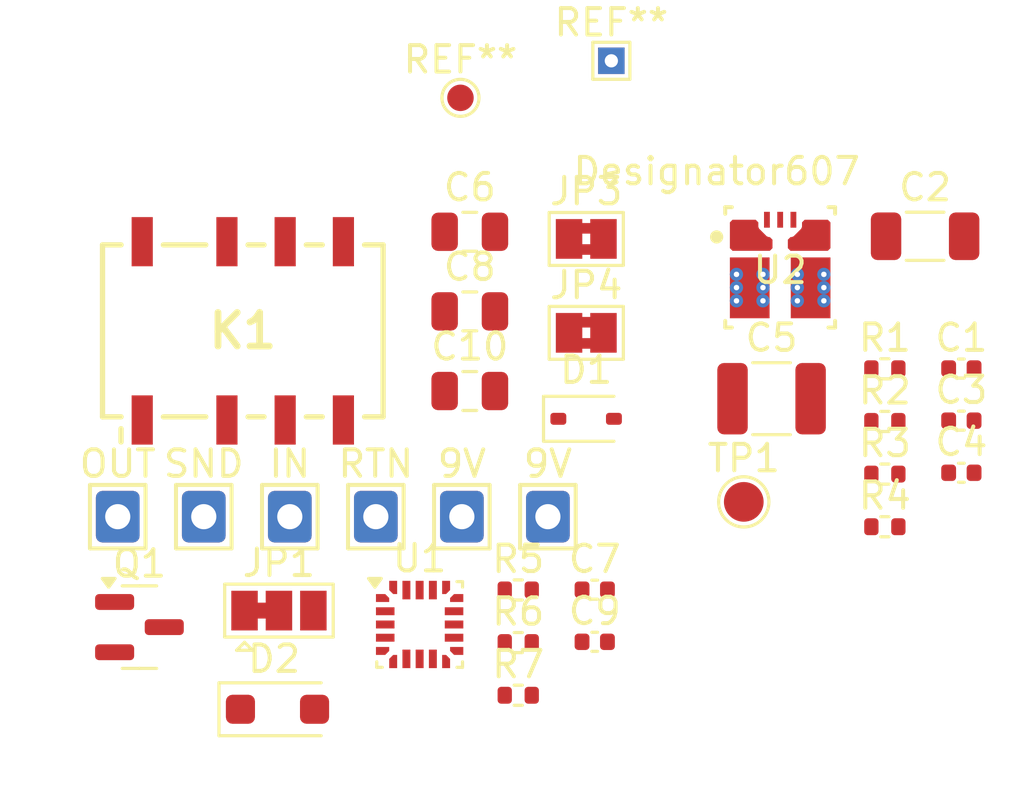
<source format=kicad_pcb>
(kicad_pcb (version 20241229) (generator "pcbnew") (generator_version "9.0")
  (layers (0 "F.Cu" signal) (2 "B.Cu" signal) (13 "F.Paste" user) (15 "B.Paste" user) (5 "F.SilkS" user "F.Silkscreen") (7 "B.SilkS" user "B.Silkscreen") (1 "F.Mask" user) (3 "B.Mask" user) (25 "Edge.Cuts" user))
  (net 0 "")
  (net 1 "Net-(U2-FB)")
  (net 2 "/3V Buck/VOUT")
  (net 3 "GNDD")
  (net 4 "+9V")
  (net 5 "+3.3V")
  (net 6 "Net-(D1-K)")
  (net 7 "/ISNS")
  (net 8 "Net-(D2-A2)")
  (net 9 "Net-(D1-A)")
  (net 10 "GNDA")
  (net 11 "/IN")
  (net 12 "/SEND")
  (net 13 "/OUT")
  (net 14 "/RETURN")
  (net 15 "Net-(Q1-G)")
  (net 16 "Net-(Q1-S)")
  (net 17 "Net-(U2-EN)")
  (net 18 "/RLY_SET")
  (net 19 "/3V Buck/PG")
  (net 21 "/UART1_RX")
  (net 22 "/SWDIO")
  (net 29 "/NRST")
  (net 31 "/UART1_TX")
  (net 33 "/LED")
  (net 34 "/SW_BYP")
  (net 35 "/SW_SPR")
  (net 36 "/SWCLK")
  (footprint "TestPoint:TestPoint_Pad_D1.0mm" (layer "F.Cu") (at 95.5 45.3)
    (property "Reference" "REF**" (at 0 -1.448 0) (layer "F.SilkS"))
    (property "Value" "TestPoint_Pad_D1.0mm")
    (fp_circle (center 0 0) (end 0 0.7) (stroke (width 0.12)) (fill no) (layer "F.SilkS"))
    (pad "1" smd circle (at 0 0) (size 1 1) (layers "F.Cu" "F.Mask"))
  )
  (footprint "Capacitor_SMD:C_0805_2012Metric" (layer "F.Cu") (at 95.852515 50.363196)
    (property "Reference" "C6" (at 0 -1.68 0) (layer "F.SilkS"))
    (property "Value" "4.7u")
    (fp_line (start -0.261252 -0.735) (end 0.261252 -0.735) (stroke (width 0.12)) (layer "F.SilkS"))
    (fp_line (start -0.261252 0.735) (end 0.261252 0.735) (stroke (width 0.12)) (layer "F.SilkS"))
    (pad "1" smd roundrect (at -0.95 0) (size 1 1.45) (layers "F.Cu" "F.Mask" "F.Paste") (net 5 "+3.3V"))
    (pad "2" smd roundrect (at 0.95 0) (size 1 1.45) (layers "F.Cu" "F.Mask" "F.Paste") (net 3 "GNDD"))
  )
  (footprint "Package_DFN_QFN:ST_UFQFPN-20_3x3mm_P0.5mm" (layer "F.Cu") (at 93.957515 65.208196)
    (property "Reference" "U1" (at 0 -2.5 0) (layer "F.SilkS"))
    (property "Value" "STM32C011F4Ux")
    (fp_line (start -1.62 1.62) (end -1.62 1.41) (stroke (width 0.12)) (layer "F.SilkS"))
    (fp_line (start -1.62 1.62) (end -1.41 1.62) (stroke (width 0.12)) (layer "F.SilkS"))
    (fp_line (start 1.62 -1.62) (end 1.41 -1.62) (stroke (width 0.12)) (layer "F.SilkS"))
    (fp_line (start 1.62 -1.62) (end 1.62 -1.41) (stroke (width 0.12)) (layer "F.SilkS"))
    (fp_line (start 1.62 1.62) (end 1.41 1.62) (stroke (width 0.12)) (layer "F.SilkS"))
    (fp_line (start 1.62 1.62) (end 1.62 1.41) (stroke (width 0.12)) (layer "F.SilkS"))
    (fp_poly (pts (xy -1.69 -1.41) (xy -1.93 -1.74) (xy -1.45 -1.74) (xy -1.69 -1.41)) (stroke (width 0.12)) (fill yes) (layer "F.SilkS"))
    (pad "1" smd custom (at -1.475 -1) (size 0.35 0.3) (layers "F.Cu" "F.Mask" "F.Paste") (options (clearance outline) (anchor rect)) (primitives (gr_poly (pts (xy 0.325 0) (xy 0.325 0.15) (xy 0.175 0.15) (xy 0.175 -0.15)) (width 0) (fill yes))))
    (pad "2" smd rect (at -1.3 -0.5) (size 0.7 0.3) (layers "F.Cu" "F.Mask" "F.Paste") (net 5 "+3.3V"))
    (pad "3" smd rect (at -1.3 0) (size 0.7 0.3) (layers "F.Cu" "F.Mask" "F.Paste") (net 3 "GNDD"))
    (pad "4" smd rect (at -1.3 0.5) (size 0.7 0.3) (layers "F.Cu" "F.Mask" "F.Paste") (net 29 "/NRST"))
    (pad "5" smd custom (at -1.475 1) (size 0.35 0.3) (layers "F.Cu" "F.Mask" "F.Paste") (net 31 "/UART1_TX") (options (clearance outline) (anchor rect)) (primitives (gr_poly (pts (xy 0.325 0) (xy 0.175 0.15) (xy 0.175 -0.15) (xy 0.325 -0.15)) (width 0) (fill yes))))
    (pad "6" smd custom (at -1 1.475) (size 0.3 0.35) (layers "F.Cu" "F.Mask" "F.Paste") (options (clearance outline) (anchor rect)) (primitives (gr_poly (pts (xy 0.15 -0.175) (xy -0.15 -0.175) (xy 0 -0.325) (xy 0.15 -0.325)) (width 0) (fill yes))))
    (pad "7" smd rect (at -0.5 1.3) (size 0.3 0.7) (layers "F.Cu" "F.Mask" "F.Paste") (net 7 "/ISNS"))
    (pad "8" smd rect (at 0 1.3) (size 0.3 0.7) (layers "F.Cu" "F.Mask" "F.Paste"))
    (pad "9" smd rect (at 0.5 1.3) (size 0.3 0.7) (layers "F.Cu" "F.Mask" "F.Paste") (net 33 "/LED"))
    (pad "10" smd custom (at 1 1.475) (size 0.3 0.35) (layers "F.Cu" "F.Mask" "F.Paste") (options (clearance outline) (anchor rect)) (primitives (gr_poly (pts (xy 0.15 -0.175) (xy -0.15 -0.175) (xy -0.15 -0.325) (xy 0 -0.325)) (width 0) (fill yes))))
    (pad "11" smd custom (at 1.475 1) (size 0.35 0.3) (layers "F.Cu" "F.Mask" "F.Paste") (net 34 "/SW_BYP") (options (clearance outline) (anchor rect)) (primitives (gr_poly (pts (xy -0.175 0.15) (xy -0.325 0) (xy -0.325 -0.15) (xy -0.175 -0.15)) (width 0) (fill yes))))
    (pad "12" smd rect (at 1.3 0.5) (size 0.7 0.3) (layers "F.Cu" "F.Mask" "F.Paste") (net 35 "/SW_SPR"))
    (pad "13" smd rect (at 1.3 0) (size 0.7 0.3) (layers "F.Cu" "F.Mask" "F.Paste") (net 21 "/UART1_RX"))
    (pad "14" smd rect (at 1.3 -0.5) (size 0.7 0.3) (layers "F.Cu" "F.Mask" "F.Paste"))
    (pad "15" smd custom (at 1.475 -1) (size 0.35 0.3) (layers "F.Cu" "F.Mask" "F.Paste") (options (clearance outline) (anchor rect)) (primitives (gr_poly (pts (xy -0.175 0.15) (xy -0.325 0.15) (xy -0.325 0) (xy -0.175 -0.15)) (width 0) (fill yes))))
    (pad "16" smd custom (at 1 -1.475) (size 0.3 0.35) (layers "F.Cu" "F.Mask" "F.Paste") (net 22 "/SWDIO") (options (clearance outline) (anchor rect)) (primitives (gr_poly (pts (xy 0 0.325) (xy -0.15 0.325) (xy -0.15 0.175) (xy 0.15 0.175)) (width 0) (fill yes))))
    (pad "17" smd rect (at 0.5 -1.3) (size 0.3 0.7) (layers "F.Cu" "F.Mask" "F.Paste") (net 36 "/SWCLK"))
    (pad "18" smd rect (at 0 -1.3) (size 0.3 0.7) (layers "F.Cu" "F.Mask" "F.Paste"))
    (pad "19" smd rect (at -0.5 -1.3) (size 0.3 0.7) (layers "F.Cu" "F.Mask" "F.Paste"))
    (pad "20" smd custom (at -1 -1.475) (size 0.3 0.35) (layers "F.Cu" "F.Mask" "F.Paste") (options (clearance outline) (anchor rect)) (primitives (gr_poly (pts (xy 0.15 0.325) (xy 0 0.325) (xy -0.15 0.175) (xy 0.15 0.175)) (width 0) (fill yes))))
  )
  (footprint "Capacitor_SMD:C_0402_1005Metric" (layer "F.Cu") (at 114.422515 55.533196)
    (property "Reference" "C1" (at 0 -1.16 0) (layer "F.SilkS"))
    (property "Value" "22p")
    (fp_line (start -0.107836 -0.36) (end 0.107836 -0.36) (stroke (width 0.12)) (layer "F.SilkS"))
    (fp_line (start -0.107836 0.36) (end 0.107836 0.36) (stroke (width 0.12)) (layer "F.SilkS"))
    (pad "1" smd roundrect (at -0.48 0) (size 0.56 0.62) (layers "F.Cu" "F.Mask" "F.Paste") (net 2 "/3V Buck/VOUT"))
    (pad "2" smd roundrect (at 0.48 0) (size 0.56 0.62) (layers "F.Cu" "F.Mask" "F.Paste") (net 1 "Net-(U2-FB)"))
  )
  (footprint "g-art:WirePad_H0.95mm_22-24AWG" (layer "F.Cu") (at 85.802515 61.133196)
    (property "Reference" "WP2" (hide yes))
    (property "Value" "SND" (at 0 -2 0) (layer "F.SilkS"))
    (fp_line (start -1.05 1.2) (end -1.05 -1.2) (stroke (width 0.15)) (layer "F.SilkS"))
    (fp_line (start 1.05 -1.2) (end -1.05 -1.2) (stroke (width 0.15)) (layer "F.SilkS"))
    (fp_line (start 1.05 1.2) (end -1.05 1.2) (stroke (width 0.15)) (layer "F.SilkS"))
    (fp_line (start 1.05 1.2) (end 1.05 -1.2) (stroke (width 0.15)) (layer "F.SilkS"))
    (pad "1" thru_hole roundrect (at 0 0 180) (size 1.65 1.95) (drill 0.95) (layers "*.Cu" "F.Mask" "F.Paste") (roundrect_rratio 0.15) (net 12 "/SEND"))
  )
  (footprint "Resistor_SMD:R_0402_1005Metric" (layer "F.Cu") (at 111.532515 57.533196)
    (property "Reference" "R2" (at 0 -1.17 0) (layer "F.SilkS"))
    (property "Value" "30k")
    (fp_line (start -0.153641 -0.38) (end 0.153641 -0.38) (stroke (width 0.12)) (layer "F.SilkS"))
    (fp_line (start -0.153641 0.38) (end 0.153641 0.38) (stroke (width 0.12)) (layer "F.SilkS"))
    (pad "1" smd roundrect (at -0.51 0) (size 0.54 0.64) (layers "F.Cu" "F.Mask" "F.Paste") (net 1 "Net-(U2-FB)"))
    (pad "2" smd roundrect (at 0.51 0) (size 0.54 0.64) (layers "F.Cu" "F.Mask" "F.Paste") (net 3 "GNDD"))
  )
  (footprint "Resistor_SMD:R_0402_1005Metric" (layer "F.Cu") (at 97.682515 67.883196)
    (property "Reference" "R7" (at 0 -1.17 0) (layer "F.SilkS"))
    (property "Value" "1k")
    (fp_line (start -0.153641 -0.38) (end 0.153641 -0.38) (stroke (width 0.12)) (layer "F.SilkS"))
    (fp_line (start -0.153641 0.38) (end 0.153641 0.38) (stroke (width 0.12)) (layer "F.SilkS"))
    (pad "1" smd roundrect (at -0.51 0) (size 0.54 0.64) (layers "F.Cu" "F.Mask" "F.Paste") (net 7 "/ISNS"))
    (pad "2" smd roundrect (at 0.51 0) (size 0.54 0.64) (layers "F.Cu" "F.Mask" "F.Paste") (net 16 "Net-(Q1-S)"))
  )
  (footprint "Resistor_SMD:R_0402_1005Metric" (layer "F.Cu") (at 97.682515 63.903196)
    (property "Reference" "R5" (at 0 -1.17 0) (layer "F.SilkS"))
    (property "Value" "1k")
    (fp_line (start -0.153641 -0.38) (end 0.153641 -0.38) (stroke (width 0.12)) (layer "F.SilkS"))
    (fp_line (start -0.153641 0.38) (end 0.153641 0.38) (stroke (width 0.12)) (layer "F.SilkS"))
    (pad "1" smd roundrect (at -0.51 0) (size 0.54 0.64) (layers "F.Cu" "F.Mask" "F.Paste") (net 18 "/RLY_SET"))
    (pad "2" smd roundrect (at 0.51 0) (size 0.54 0.64) (layers "F.Cu" "F.Mask" "F.Paste") (net 15 "Net-(Q1-G)"))
  )
  (footprint "g-art:WirePad_H0.95mm_22-24AWG" (layer "F.Cu") (at 95.552515 61.133196)
    (property "Reference" "WP5" (hide yes))
    (property "Value" "9V" (at 0 -2 0) (layer "F.SilkS"))
    (fp_line (start -1.05 1.2) (end -1.05 -1.2) (stroke (width 0.15)) (layer "F.SilkS"))
    (fp_line (start 1.05 -1.2) (end -1.05 -1.2) (stroke (width 0.15)) (layer "F.SilkS"))
    (fp_line (start 1.05 1.2) (end -1.05 1.2) (stroke (width 0.15)) (layer "F.SilkS"))
    (fp_line (start 1.05 1.2) (end 1.05 -1.2) (stroke (width 0.15)) (layer "F.SilkS"))
    (pad "1" thru_hole roundrect (at 0 0 180) (size 1.65 1.95) (drill 0.95) (layers "*.Cu" "F.Mask" "F.Paste") (roundrect_rratio 0.15) (net 4 "+9V"))
  )
  (footprint "Package_TO_SOT_SMD:SOT-23" (layer "F.Cu") (at 83.372515 65.308196)
    (property "Reference" "Q1" (at 0 -2.4 0) (layer "F.SilkS"))
    (property "Value" "DMN62D0U-7")
    (fp_line (start 0 -1.56) (end -0.65 -1.56) (stroke (width 0.12)) (layer "F.SilkS"))
    (fp_line (start 0 -1.56) (end 0.65 -1.56) (stroke (width 0.12)) (layer "F.SilkS"))
    (fp_line (start 0 1.56) (end -0.65 1.56) (stroke (width 0.12)) (layer "F.SilkS"))
    (fp_line (start 0 1.56) (end 0.65 1.56) (stroke (width 0.12)) (layer "F.SilkS"))
    (fp_poly (pts (xy -1.1625 -1.51) (xy -1.4025 -1.84) (xy -0.9225 -1.84) (xy -1.1625 -1.51)) (stroke (width 0.12)) (fill yes) (layer "F.SilkS"))
    (pad "1" smd roundrect (at -0.9375 -0.95) (size 1.475 0.6) (layers "F.Cu" "F.Mask" "F.Paste") (net 15 "Net-(Q1-G)"))
    (pad "2" smd roundrect (at -0.9375 0.95) (size 1.475 0.6) (layers "F.Cu" "F.Mask" "F.Paste") (net 16 "Net-(Q1-S)"))
    (pad "3" smd roundrect (at 0.9375 0) (size 1.475 0.6) (layers "F.Cu" "F.Mask" "F.Paste") (net 9 "Net-(D1-A)"))
  )
  (footprint "Capacitor_SMD:C_0805_2012Metric" (layer "F.Cu") (at 95.852515 53.373196)
    (property "Reference" "C8" (at 0 -1.68 0) (layer "F.SilkS"))
    (property "Value" "1u")
    (fp_line (start -0.261252 -0.735) (end 0.261252 -0.735) (stroke (width 0.12)) (layer "F.SilkS"))
    (fp_line (start -0.261252 0.735) (end 0.261252 0.735) (stroke (width 0.12)) (layer "F.SilkS"))
    (pad "1" smd roundrect (at -0.95 0) (size 1 1.45) (layers "F.Cu" "F.Mask" "F.Paste") (net 6 "Net-(D1-K)"))
    (pad "2" smd roundrect (at 0.95 0) (size 1 1.45) (layers "F.Cu" "F.Mask" "F.Paste") (net 3 "GNDD"))
  )
  (footprint "g-art:WirePad_H0.95mm_22-24AWG" (layer "F.Cu") (at 89.052515 61.133196)
    (property "Reference" "WP3" (hide yes))
    (property "Value" "IN" (at 0 -2 0) (layer "F.SilkS"))
    (fp_line (start -1.05 1.2) (end -1.05 -1.2) (stroke (width 0.15)) (layer "F.SilkS"))
    (fp_line (start 1.05 -1.2) (end -1.05 -1.2) (stroke (width 0.15)) (layer "F.SilkS"))
    (fp_line (start 1.05 1.2) (end -1.05 1.2) (stroke (width 0.15)) (layer "F.SilkS"))
    (fp_line (start 1.05 1.2) (end 1.05 -1.2) (stroke (width 0.15)) (layer "F.SilkS"))
    (pad "1" thru_hole roundrect (at 0 0 180) (size 1.65 1.95) (drill 0.95) (layers "*.Cu" "F.Mask" "F.Paste") (roundrect_rratio 0.15) (net 11 "/IN"))
  )
  (footprint "Resistor_SMD:R_0402_1005Metric" (layer "F.Cu") (at 111.532515 55.543196)
    (property "Reference" "R1" (at 0 -1.17 0) (layer "F.SilkS"))
    (property "Value" "120k")
    (fp_line (start -0.153641 -0.38) (end 0.153641 -0.38) (stroke (width 0.12)) (layer "F.SilkS"))
    (fp_line (start -0.153641 0.38) (end 0.153641 0.38) (stroke (width 0.12)) (layer "F.SilkS"))
    (pad "1" smd roundrect (at -0.51 0) (size 0.54 0.64) (layers "F.Cu" "F.Mask" "F.Paste") (net 2 "/3V Buck/VOUT"))
    (pad "2" smd roundrect (at 0.51 0) (size 0.54 0.64) (layers "F.Cu" "F.Mask" "F.Paste") (net 1 "Net-(U2-FB)"))
  )
  (footprint "g-reg:QFN-FCMOD" (layer "F.Cu") (at 107.577516 51.808195)
    (property "Reference" "U2" (at 0 0 0) (layer "F.SilkS"))
    (property "Value" "TPSM861257RDXR")
    (fp_poly (pts (xy -1.899999 -1.799999) (xy -1.799999 -1.899999) (xy -0.924999 -1.900001) (xy -0.825 -1.799999) (xy -0.825 -1.634) (xy -0.796 -1.562999) (xy -0.506999 -1.274) (xy -0.436001 -1.244999) (xy -0.389999 -1.245001) (xy -0.289999 -1.144999) (xy -0.289999 -0.825) (xy -0.389999 -0.725) (xy -1.799999 -0.725) (xy -1.899999 -0.825)) (fill yes) (layer "F.Cu"))
    (fp_poly (pts (xy 1.900001 -1.799999) (xy 1.799999 -1.899999) (xy 0.924999 -1.899999) (xy 0.825 -1.799999) (xy 0.825 -1.634) (xy 0.796 -1.562999) (xy 0.506999 -1.274) (xy 0.435999 -1.244999) (xy 0.389999 -1.245001) (xy 0.289999 -1.144999) (xy 0.289999 -0.825) (xy 0.389999 -0.725) (xy 1.799999 -0.725) (xy 1.899999 -0.825)) (fill yes) (layer "F.Cu"))
    (fp_line (start -2.075 -2.374999) (end -1.825 -2.374999) (stroke (width 0.15)) (layer "F.SilkS"))
    (fp_line (start -2.075 -2.125) (end -2.075 -2.374999) (stroke (width 0.15)) (layer "F.SilkS"))
    (fp_line (start -2.075 2.174999) (end -2.075 1.925) (stroke (width 0.15)) (layer "F.SilkS"))
    (fp_line (start -2.075 2.174999) (end -1.825 2.174999) (stroke (width 0.15)) (layer "F.SilkS"))
    (fp_line (start 1.825 -2.374999) (end 2.075 -2.374999) (stroke (width 0.15)) (layer "F.SilkS"))
    (fp_line (start 1.825 2.174999) (end 2.075 2.174999) (stroke (width 0.15)) (layer "F.SilkS"))
    (fp_line (start 2.075 -2.125) (end 2.075 -2.374999) (stroke (width 0.15)) (layer "F.SilkS"))
    (fp_line (start 2.075 2.174999) (end 2.075 1.925) (stroke (width 0.15)) (layer "F.SilkS"))
    (fp_circle (center -2.4 -1.25) (end -2.274999 -1.25) (stroke (width 0.25)) (fill no) (layer "F.SilkS"))
    (fp_text user "Designator607" (at -2.396124 -3.7324 0) (layer "F.SilkS"))
    (pad "1" smd circle (at -1.312499 -1.312499) (size 1.024989 1.024989) (layers "F.Cu") (net 4 "+9V"))
    (pad "2" smd rect (at -1.15 0.675) (size 1.5 2.3) (layers "F.Cu"))
    (pad "3" smd rect (at 1.15 0.675) (size 1.5 2.3) (layers "F.Cu") (net 2 "/3V Buck/VOUT"))
    (pad "4" smd circle (at 1.281405 -1.275778) (size 0.991403 0.991403) (layers "F.Cu") (net 3 "GNDD"))
    (pad "5" smd rect (at 0.499999 -1.899999) (size 0.22 0.599999) (layers "F.Cu" "F.Paste") (net 19 "/3V Buck/PG"))
    (pad "6" smd rect (at 0 -1.899999) (size 0.22 0.599999) (layers "F.Cu" "F.Paste") (net 17 "Net-(U2-EN)"))
    (pad "7" smd rect (at -0.499999 -1.899999) (size 0.22 0.599999) (layers "F.Cu" "F.Paste") (net 1 "Net-(U2-FB)"))
    (pad "8" thru_hole circle (at -1.649999 0.165001) (size 0.499999 0.499999) (drill 0.2032) (layers "*.Cu" "*.Mask"))
    (pad "9" thru_hole circle (at -1.649999 0.665) (size 0.499999 0.499999) (drill 0.2032) (layers "*.Cu" "*.Mask"))
    (pad "10" thru_hole circle (at -1.649999 1.164999) (size 0.499999 0.499999) (drill 0.2032) (layers "*.Cu" "*.Mask"))
    (pad "11" thru_hole circle (at 1.649999 0.165001) (size 0.499999 0.499999) (drill 0.2032) (layers "*.Cu" "*.Mask"))
    (pad "12" thru_hole circle (at 1.649999 0.665) (size 0.499999 0.499999) (drill 0.2032) (layers "*.Cu" "*.Mask"))
    (pad "13" thru_hole circle (at 1.649999 1.164999) (size 0.499999 0.499999) (drill 0.2032) (layers "*.Cu" "*.Mask"))
    (pad "14" thru_hole circle (at -0.650001 0.165001) (size 0.499999 0.499999) (drill 0.2032) (layers "*.Cu" "*.Mask"))
    (pad "15" thru_hole circle (at -0.650001 0.665) (size 0.499999 0.499999) (drill 0.2032) (layers "*.Cu" "*.Mask"))
    (pad "16" thru_hole circle (at -0.650001 1.164999) (size 0.499999 0.499999) (drill 0.2032) (layers "*.Cu" "*.Mask"))
    (pad "17" thru_hole circle (at 0.650001 0.165001) (size 0.499999 0.499999) (drill 0.2032) (layers "*.Cu" "*.Mask"))
    (pad "18" thru_hole circle (at 0.650001 0.665) (size 0.499999 0.499999) (drill 0.2032) (layers "*.Cu" "*.Mask"))
    (pad "19" thru_hole circle (at 0.650001 1.164999) (size 0.499999 0.499999) (drill 0.2032) (layers "*.Cu" "*.Mask"))
  )
  (footprint "g-art:WirePad_H0.95mm_22-24AWG" (layer "F.Cu") (at 92.302515 61.133196)
    (property "Reference" "WP4" (hide yes))
    (property "Value" "RTN" (at 0 -2 0) (layer "F.SilkS"))
    (fp_line (start -1.05 1.2) (end -1.05 -1.2) (stroke (width 0.15)) (layer "F.SilkS"))
    (fp_line (start 1.05 -1.2) (end -1.05 -1.2) (stroke (width 0.15)) (layer "F.SilkS"))
    (fp_line (start 1.05 1.2) (end -1.05 1.2) (stroke (width 0.15)) (layer "F.SilkS"))
    (fp_line (start 1.05 1.2) (end 1.05 -1.2) (stroke (width 0.15)) (layer "F.SilkS"))
    (pad "1" thru_hole roundrect (at 0 0 180) (size 1.65 1.95) (drill 0.95) (layers "*.Cu" "F.Mask" "F.Paste") (roundrect_rratio 0.15) (net 14 "/RETURN"))
  )
  (footprint "Jumper:SolderJumper-2_P1.3mm_Bridged2Bar_Pad1.0x1.5mm" (layer "F.Cu") (at 100.252515 54.183196)
    (property "Reference" "JP4" (at 0 -1.8 0) (layer "F.SilkS"))
    (property "Value" "Jumper_2_Small_Bridged")
    (fp_poly (pts (xy -0.25 -0.6) (xy 0.25 -0.6) (xy 0.25 -0.2) (xy -0.25 -0.2)) (fill yes) (layer "F.Cu"))
    (fp_poly (pts (xy -0.25 0.2) (xy 0.25 0.2) (xy 0.25 0.6) (xy -0.25 0.6)) (fill yes) (layer "F.Cu"))
    (fp_line (start -1.4 -1) (end 1.4 -1) (stroke (width 0.12)) (layer "F.SilkS"))
    (fp_line (start -1.4 1) (end -1.4 -1) (stroke (width 0.12)) (layer "F.SilkS"))
    (fp_line (start 1.4 -1) (end 1.4 1) (stroke (width 0.12)) (layer "F.SilkS"))
    (fp_line (start 1.4 1) (end -1.4 1) (stroke (width 0.12)) (layer "F.SilkS"))
    (pad "1" smd rect (at -0.65 0) (size 1 1.5) (layers "F.Cu" "F.Mask") (net 10 "GNDA"))
    (pad "2" smd rect (at 0.65 0) (size 1 1.5) (layers "F.Cu" "F.Mask") (net 8 "Net-(D2-A2)"))
  )
  (footprint "Resistor_SMD:R_0402_1005Metric" (layer "F.Cu") (at 97.682515 65.893196)
    (property "Reference" "R6" (at 0 -1.17 0) (layer "F.SilkS"))
    (property "Value" "4.7")
    (fp_line (start -0.153641 -0.38) (end 0.153641 -0.38) (stroke (width 0.12)) (layer "F.SilkS"))
    (fp_line (start -0.153641 0.38) (end 0.153641 0.38) (stroke (width 0.12)) (layer "F.SilkS"))
    (pad "1" smd roundrect (at -0.51 0) (size 0.54 0.64) (layers "F.Cu" "F.Mask" "F.Paste") (net 16 "Net-(Q1-S)"))
    (pad "2" smd roundrect (at 0.51 0) (size 0.54 0.64) (layers "F.Cu" "F.Mask" "F.Paste") (net 3 "GNDD"))
  )
  (footprint "Jumper:SolderJumper-2_P1.3mm_Bridged2Bar_Pad1.0x1.5mm" (layer "F.Cu") (at 100.252515 50.633196)
    (property "Reference" "JP3" (at 0 -1.8 0) (layer "F.SilkS"))
    (property "Value" "Jumper_2_Small_Bridged")
    (fp_poly (pts (xy -0.25 -0.6) (xy 0.25 -0.6) (xy 0.25 -0.2) (xy -0.25 -0.2)) (fill yes) (layer "F.Cu"))
    (fp_poly (pts (xy -0.25 0.2) (xy 0.25 0.2) (xy 0.25 0.6) (xy -0.25 0.6)) (fill yes) (layer "F.Cu"))
    (fp_line (start -1.4 -1) (end 1.4 -1) (stroke (width 0.12)) (layer "F.SilkS"))
    (fp_line (start -1.4 1) (end -1.4 -1) (stroke (width 0.12)) (layer "F.SilkS"))
    (fp_line (start 1.4 -1) (end 1.4 1) (stroke (width 0.12)) (layer "F.SilkS"))
    (fp_line (start 1.4 1) (end -1.4 1) (stroke (width 0.12)) (layer "F.SilkS"))
    (pad "1" smd rect (at -0.65 0) (size 1 1.5) (layers "F.Cu" "F.Mask") (net 3 "GNDD"))
    (pad "2" smd rect (at 0.65 0) (size 1 1.5) (layers "F.Cu" "F.Mask") (net 8 "Net-(D2-A2)"))
  )
  (footprint "g-rly:UD23NU" (layer "F.Cu") (at 87.277515 54.108196)
    (property "Reference" "K1" (at 0 0 0) (layer "F.SilkS") (effects (font (size 1.27 1.27) (thickness 0.254))))
    (property "Value" "IM05JR" (hide yes))
    (fp_line (start -5.3 -3.25) (end -5.3 3.25) (stroke (width 0.2)) (layer "F.SilkS"))
    (fp_line (start -5.3 3.25) (end -4.6 3.25) (stroke (width 0.2)) (layer "F.SilkS"))
    (fp_line (start -4.6 -3.25) (end -5.3 -3.25) (stroke (width 0.2)) (layer "F.SilkS"))
    (fp_line (start -4.6 3.7) (end -4.6 4.2) (stroke (width 0.2)) (layer "F.SilkS"))
    (fp_line (start -3 3.25) (end -1.4 3.25) (stroke (width 0.2)) (layer "F.SilkS"))
    (fp_line (start -1.4 -3.25) (end -3 -3.25) (stroke (width 0.2)) (layer "F.SilkS"))
    (fp_line (start 0.2 3.25) (end 0.8 3.25) (stroke (width 0.2)) (layer "F.SilkS"))
    (fp_line (start 0.8 -3.25) (end 0.2 -3.25) (stroke (width 0.2)) (layer "F.SilkS"))
    (fp_line (start 2.4 3.25) (end 3 3.25) (stroke (width 0.2)) (layer "F.SilkS"))
    (fp_line (start 3 -3.25) (end 2.4 -3.25) (stroke (width 0.2)) (layer "F.SilkS"))
    (fp_line (start 4.6 3.25) (end 5.3 3.25) (stroke (width 0.2)) (layer "F.SilkS"))
    (fp_line (start 5.3 -3.25) (end 4.6 -3.25) (stroke (width 0.2)) (layer "F.SilkS"))
    (fp_line (start 5.3 3.25) (end 5.3 -3.25) (stroke (width 0.2)) (layer "F.SilkS"))
    (pad "1" smd rect (at -3.8 3.37) (size 0.8 1.86) (layers "F.Cu" "F.Mask" "F.Paste") (net 6 "Net-(D1-K)"))
    (pad "2" smd rect (at -0.6 3.37) (size 0.8 1.86) (layers "F.Cu" "F.Mask" "F.Paste") (net 10 "GNDA"))
    (pad "3" smd rect (at 1.6 3.37) (size 0.8 1.86) (layers "F.Cu" "F.Mask" "F.Paste") (net 12 "/SEND"))
    (pad "4" smd rect (at 3.8 3.37) (size 0.8 1.86) (layers "F.Cu" "F.Mask" "F.Paste") (net 11 "/IN"))
    (pad "5" smd rect (at 3.8 -3.37) (size 0.8 1.86) (layers "F.Cu" "F.Mask" "F.Paste") (net 14 "/RETURN"))
    (pad "6" smd rect (at 1.6 -3.37) (size 0.8 1.86) (layers "F.Cu" "F.Mask" "F.Paste") (net 13 "/OUT"))
    (pad "7" smd rect (at -0.6 -3.37) (size 0.8 1.86) (layers "F.Cu" "F.Mask" "F.Paste") (net 11 "/IN"))
    (pad "8" smd rect (at -3.8 -3.37) (size 0.8 1.86) (layers "F.Cu" "F.Mask" "F.Paste") (net 9 "Net-(D1-A)"))
  )
  (footprint "TestPoint:TestPoint_THTPad_1.0x1.0mm_Drill0.5mm" (layer "F.Cu") (at 101.2 43.9)
    (property "Reference" "REF**" (at 0 -1.448 0) (layer "F.SilkS"))
    (property "Value" "TestPoint_THTPad_1.0x1.0mm_Drill0.5mm")
    (fp_line (start -0.7 -0.7) (end 0.7 -0.7) (stroke (width 0.12)) (layer "F.SilkS"))
    (fp_line (start -0.7 0.7) (end -0.7 -0.7) (stroke (width 0.12)) (layer "F.SilkS"))
    (fp_line (start 0.7 -0.7) (end 0.7 0.7) (stroke (width 0.12)) (layer "F.SilkS"))
    (fp_line (start 0.7 0.7) (end -0.7 0.7) (stroke (width 0.12)) (layer "F.SilkS"))
    (pad "1" thru_hole rect (at 0 0) (size 1 1) (drill 0.5) (layers "*.Cu" "*.Mask"))
  )
  (footprint "Capacitor_SMD:C_0402_1005Metric" (layer "F.Cu") (at 114.422515 57.503196)
    (property "Reference" "C3" (at 0 -1.16 0) (layer "F.SilkS"))
    (property "Value" "100n")
    (fp_line (start -0.107836 -0.36) (end 0.107836 -0.36) (stroke (width 0.12)) (layer "F.SilkS"))
    (fp_line (start -0.107836 0.36) (end 0.107836 0.36) (stroke (width 0.12)) (layer "F.SilkS"))
    (pad "1" smd roundrect (at -0.48 0) (size 0.56 0.62) (layers "F.Cu" "F.Mask" "F.Paste") (net 2 "/3V Buck/VOUT"))
    (pad "2" smd roundrect (at 0.48 0) (size 0.56 0.62) (layers "F.Cu" "F.Mask" "F.Paste") (net 3 "GNDD"))
  )
  (footprint "TestPoint:TestPoint_Pad_D1.5mm" (layer "F.Cu") (at 106.202515 60.573196)
    (property "Reference" "TP1" (at 0 -1.648 0) (layer "F.SilkS"))
    (property "Value" "PG")
    (fp_circle (center 0 0) (end 0 0.95) (stroke (width 0.12)) (fill no) (layer "F.SilkS"))
    (pad "1" smd circle (at 0 0) (size 1.5 1.5) (layers "F.Cu" "F.Mask") (net 19 "/3V Buck/PG"))
  )
  (footprint "Resistor_SMD:R_0402_1005Metric" (layer "F.Cu") (at 111.532515 61.513196)
    (property "Reference" "R4" (at 0 -1.17 0) (layer "F.SilkS"))
    (property "Value" "6.2k")
    (fp_line (start -0.153641 -0.38) (end 0.153641 -0.38) (stroke (width 0.12)) (layer "F.SilkS"))
    (fp_line (start -0.153641 0.38) (end 0.153641 0.38) (stroke (width 0.12)) (layer "F.SilkS"))
    (pad "1" smd roundrect (at -0.51 0) (size 0.54 0.64) (layers "F.Cu" "F.Mask" "F.Paste") (net 17 "Net-(U2-EN)"))
    (pad "2" smd roundrect (at 0.51 0) (size 0.54 0.64) (layers "F.Cu" "F.Mask" "F.Paste") (net 3 "GNDD"))
  )
  (footprint "Diode_SMD:D_SOD-323" (layer "F.Cu") (at 100.247515 57.433196)
    (property "Reference" "D1" (at 0 -1.85 0) (layer "F.SilkS"))
    (property "Value" "PMEG4010CEAX")
    (fp_line (start -1.61 -0.85) (end -1.61 0.85) (stroke (width 0.12)) (layer "F.SilkS"))
    (fp_line (start -1.61 -0.85) (end 1.05 -0.85) (stroke (width 0.12)) (layer "F.SilkS"))
    (fp_line (start -1.61 0.85) (end 1.05 0.85) (stroke (width 0.12)) (layer "F.SilkS"))
    (pad "1" smd roundrect (at -1.05 0) (size 0.6 0.45) (layers "F.Cu" "F.Mask" "F.Paste") (net 6 "Net-(D1-K)"))
    (pad "2" smd roundrect (at 1.05 0) (size 0.6 0.45) (layers "F.Cu" "F.Mask" "F.Paste") (net 9 "Net-(D1-A)"))
  )
  (footprint "Diode_SMD:D_SOD-123F" (layer "F.Cu") (at 88.587515 68.413196)
    (property "Reference" "D2" (at -0.127 -1.905 0) (layer "F.SilkS"))
    (property "Value" "SMF4L9.0A")
    (fp_line (start -2.21 -1) (end -2.21 1) (stroke (width 0.12)) (layer "F.SilkS"))
    (fp_line (start -2.21 -1) (end 1.65 -1) (stroke (width 0.12)) (layer "F.SilkS"))
    (fp_line (start -2.21 1) (end 1.65 1) (stroke (width 0.12)) (layer "F.SilkS"))
    (pad "1" smd roundrect (at -1.4 0) (size 1.1 1.1) (layers "F.Cu" "F.Mask" "F.Paste") (roundrect_rratio 0.2272727273) (net 4 "+9V"))
    (pad "2" smd roundrect (at 1.4 0) (size 1.1 1.1) (layers "F.Cu" "F.Mask" "F.Paste") (roundrect_rratio 0.2272727273) (net 8 "Net-(D2-A2)"))
  )
  (footprint "Resistor_SMD:R_0402_1005Metric" (layer "F.Cu") (at 111.532515 59.523196)
    (property "Reference" "R3" (at 0 -1.17 0) (layer "F.SilkS"))
    (property "Value" "30k")
    (fp_line (start -0.153641 -0.38) (end 0.153641 -0.38) (stroke (width 0.12)) (layer "F.SilkS"))
    (fp_line (start -0.153641 0.38) (end 0.153641 0.38) (stroke (width 0.12)) (layer "F.SilkS"))
    (pad "1" smd roundrect (at -0.51 0) (size 0.54 0.64) (layers "F.Cu" "F.Mask" "F.Paste") (net 4 "+9V"))
    (pad "2" smd roundrect (at 0.51 0) (size 0.54 0.64) (layers "F.Cu" "F.Mask" "F.Paste") (net 17 "Net-(U2-EN)"))
  )
  (footprint "g-art:WirePad_H0.95mm_22-24AWG" (layer "F.Cu") (at 82.552515 61.133196)
    (property "Reference" "WP1" (hide yes))
    (property "Value" "OUT" (at 0 -2 0) (layer "F.SilkS"))
    (fp_line (start -1.05 1.2) (end -1.05 -1.2) (stroke (width 0.15)) (layer "F.SilkS"))
    (fp_line (start 1.05 -1.2) (end -1.05 -1.2) (stroke (width 0.15)) (layer "F.SilkS"))
    (fp_line (start 1.05 1.2) (end -1.05 1.2) (stroke (width 0.15)) (layer "F.SilkS"))
    (fp_line (start 1.05 1.2) (end 1.05 -1.2) (stroke (width 0.15)) (layer "F.SilkS"))
    (pad "1" thru_hole roundrect (at 0 0 180) (size 1.65 1.95) (drill 0.95) (layers "*.Cu" "F.Mask" "F.Paste") (roundrect_rratio 0.15) (net 13 "/OUT"))
  )
  (footprint "Capacitor_SMD:C_0402_1005Metric" (layer "F.Cu") (at 114.422515 59.473196)
    (property "Reference" "C4" (at 0 -1.16 0) (layer "F.SilkS"))
    (property "Value" "100n")
    (fp_line (start -0.107836 -0.36) (end 0.107836 -0.36) (stroke (width 0.12)) (layer "F.SilkS"))
    (fp_line (start -0.107836 0.36) (end 0.107836 0.36) (stroke (width 0.12)) (layer "F.SilkS"))
    (pad "1" smd roundrect (at -0.48 0) (size 0.56 0.62) (layers "F.Cu" "F.Mask" "F.Paste") (net 4 "+9V"))
    (pad "2" smd roundrect (at 0.48 0) (size 0.56 0.62) (layers "F.Cu" "F.Mask" "F.Paste") (net 3 "GNDD"))
  )
  (footprint "Capacitor_SMD:C_1210_3225Metric" (layer "F.Cu") (at 107.252515 56.673196)
    (property "Reference" "C5" (at 0 -2.3 0) (layer "F.SilkS"))
    (property "Value" "10u")
    (fp_line (start -0.711252 -1.36) (end 0.711252 -1.36) (stroke (width 0.12)) (layer "F.SilkS"))
    (fp_line (start -0.711252 1.36) (end 0.711252 1.36) (stroke (width 0.12)) (layer "F.SilkS"))
    (pad "1" smd roundrect (at -1.475 0) (size 1.15 2.7) (layers "F.Cu" "F.Mask" "F.Paste") (roundrect_rratio 0.217391) (net 4 "+9V"))
    (pad "2" smd roundrect (at 1.475 0) (size 1.15 2.7) (layers "F.Cu" "F.Mask" "F.Paste") (roundrect_rratio 0.217391) (net 3 "GNDD"))
  )
  (footprint "Capacitor_SMD:C_0402_1005Metric" (layer "F.Cu") (at 100.572515 63.893196)
    (property "Reference" "C7" (at 0 -1.16 0) (layer "F.SilkS"))
    (property "Value" "100n")
    (fp_line (start -0.107836 -0.36) (end 0.107836 -0.36) (stroke (width 0.12)) (layer "F.SilkS"))
    (fp_line (start -0.107836 0.36) (end 0.107836 0.36) (stroke (width 0.12)) (layer "F.SilkS"))
    (pad "1" smd roundrect (at -0.48 0) (size 0.56 0.62) (layers "F.Cu" "F.Mask" "F.Paste") (net 5 "+3.3V"))
    (pad "2" smd roundrect (at 0.48 0) (size 0.56 0.62) (layers "F.Cu" "F.Mask" "F.Paste") (net 3 "GNDD"))
  )
  (footprint "Capacitor_SMD:C_0805_2012Metric" (layer "F.Cu") (at 95.852515 56.383196)
    (property "Reference" "C10" (at 0 -1.68 0) (layer "F.SilkS"))
    (property "Value" "1u")
    (fp_line (start -0.261252 -0.735) (end 0.261252 -0.735) (stroke (width 0.12)) (layer "F.SilkS"))
    (fp_line (start -0.261252 0.735) (end 0.261252 0.735) (stroke (width 0.12)) (layer "F.SilkS"))
    (pad "1" smd roundrect (at -0.95 0) (size 1 1.45) (layers "F.Cu" "F.Mask" "F.Paste") (net 4 "+9V"))
    (pad "2" smd roundrect (at 0.95 0) (size 1 1.45) (layers "F.Cu" "F.Mask" "F.Paste") (net 8 "Net-(D2-A2)"))
  )
  (footprint "Capacitor_SMD:C_1206_3216Metric" (layer "F.Cu") (at 113.052515 50.533196)
    (property "Reference" "C2" (at 0 -1.85 0) (layer "F.SilkS"))
    (property "Value" "22u")
    (fp_line (start -0.711252 -0.91) (end 0.711252 -0.91) (stroke (width 0.12)) (layer "F.SilkS"))
    (fp_line (start -0.711252 0.91) (end 0.711252 0.91) (stroke (width 0.12)) (layer "F.SilkS"))
    (pad "1" smd roundrect (at -1.475 0) (size 1.15 1.8) (layers "F.Cu" "F.Mask" "F.Paste") (roundrect_rratio 0.217391) (net 2 "/3V Buck/VOUT"))
    (pad "2" smd roundrect (at 1.475 0) (size 1.15 1.8) (layers "F.Cu" "F.Mask" "F.Paste") (roundrect_rratio 0.217391) (net 3 "GNDD"))
  )
  (footprint "Capacitor_SMD:C_0402_1005Metric" (layer "F.Cu") (at 100.572515 65.863196)
    (property "Reference" "C9" (at 0 -1.16 0) (layer "F.SilkS"))
    (property "Value" "100n")
    (fp_line (start -0.107836 -0.36) (end 0.107836 -0.36) (stroke (width 0.12)) (layer "F.SilkS"))
    (fp_line (start -0.107836 0.36) (end 0.107836 0.36) (stroke (width 0.12)) (layer "F.SilkS"))
    (pad "1" smd roundrect (at -0.48 0) (size 0.56 0.62) (layers "F.Cu" "F.Mask" "F.Paste") (net 7 "/ISNS"))
    (pad "2" smd roundrect (at 0.48 0) (size 0.56 0.62) (layers "F.Cu" "F.Mask" "F.Paste") (net 3 "GNDD"))
  )
  (footprint "g-art:WirePad_H0.95mm_22-24AWG" (layer "F.Cu") (at 98.802515 61.133196)
    (property "Reference" "WP6" (hide yes))
    (property "Value" "9V" (at 0 -2 0) (layer "F.SilkS"))
    (fp_line (start -1.05 1.2) (end -1.05 -1.2) (stroke (width 0.15)) (layer "F.SilkS"))
    (fp_line (start 1.05 -1.2) (end -1.05 -1.2) (stroke (width 0.15)) (layer "F.SilkS"))
    (fp_line (start 1.05 1.2) (end -1.05 1.2) (stroke (width 0.15)) (layer "F.SilkS"))
    (fp_line (start 1.05 1.2) (end 1.05 -1.2) (stroke (width 0.15)) (layer "F.SilkS"))
    (pad "1" thru_hole roundrect (at 0 0 180) (size 1.65 1.95) (drill 0.95) (layers "*.Cu" "F.Mask" "F.Paste") (roundrect_rratio 0.15) (net 8 "Net-(D2-A2)"))
  )
  (footprint "Jumper:SolderJumper-3_P1.3mm_Bridged12_Pad1.0x1.5mm" (layer "F.Cu") (at 88.642515 64.683196)
    (property "Reference" "JP1" (at 0 -1.8 0) (layer "F.SilkS"))
    (property "Value" "Jumper_3_Bridged12")
    (fp_poly (pts (xy -0.9 -0.3) (xy -0.4 -0.3) (xy -0.4 0.3) (xy -0.9 0.3)) (fill yes) (layer "F.Cu"))
    (fp_line (start -2.05 -1) (end 2.05 -1) (stroke (width 0.12)) (layer "F.SilkS"))
    (fp_line (start -2.05 1) (end -2.05 -1) (stroke (width 0.12)) (layer "F.SilkS"))
    (fp_line (start -1.6 1.5) (end -1 1.5) (stroke (width 0.12)) (layer "F.SilkS"))
    (fp_line (start -1.3 1.2) (end -1.6 1.5) (stroke (width 0.12)) (layer "F.SilkS"))
    (fp_line (start -1.3 1.2) (end -1 1.5) (stroke (width 0.12)) (layer "F.SilkS"))
    (fp_line (start 2.05 -1) (end 2.05 1) (stroke (width 0.12)) (layer "F.SilkS"))
    (fp_line (start 2.05 1) (end -2.05 1) (stroke (width 0.12)) (layer "F.SilkS"))
    (pad "1" smd rect (at -1.3 0) (size 1 1.5) (layers "F.Cu" "F.Mask") (net 5 "+3.3V"))
    (pad "2" smd rect (at 0 0) (size 1 1.5) (layers "F.Cu" "F.Mask") (net 6 "Net-(D1-K)"))
    (pad "3" smd rect (at 1.3 0) (size 1 1.5) (layers "F.Cu" "F.Mask") (net 4 "+9V"))
  )
)
</source>
